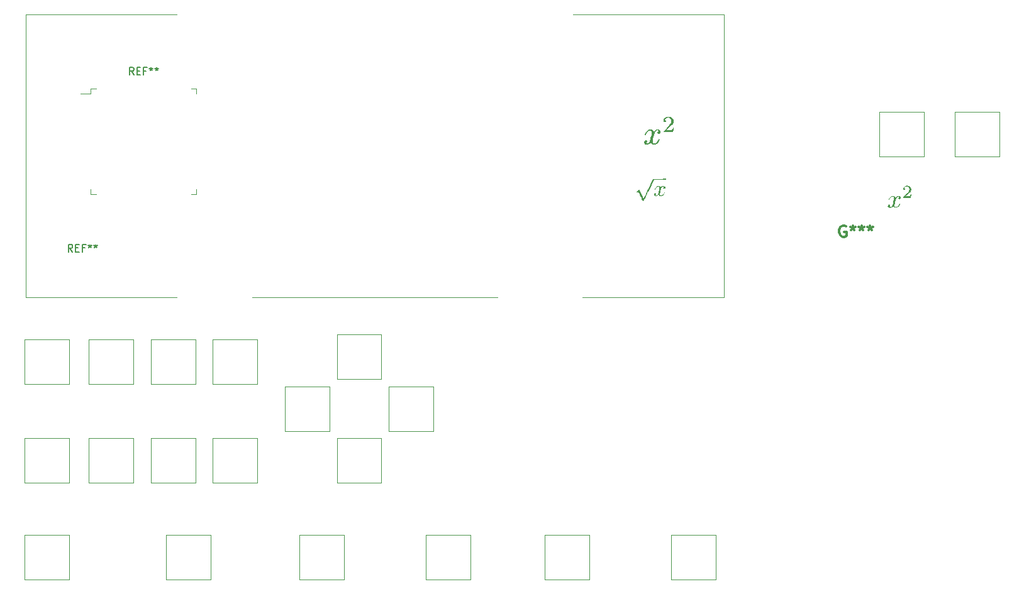
<source format=gbr>
%TF.GenerationSoftware,KiCad,Pcbnew,(6.0.10)*%
%TF.CreationDate,2023-01-08T01:11:37-07:00*%
%TF.ProjectId,decimator_pcb,64656369-6d61-4746-9f72-5f7063622e6b,rev?*%
%TF.SameCoordinates,Original*%
%TF.FileFunction,Legend,Top*%
%TF.FilePolarity,Positive*%
%FSLAX46Y46*%
G04 Gerber Fmt 4.6, Leading zero omitted, Abs format (unit mm)*
G04 Created by KiCad (PCBNEW (6.0.10)) date 2023-01-08 01:11:37*
%MOMM*%
%LPD*%
G01*
G04 APERTURE LIST*
%ADD10C,0.300000*%
%ADD11C,0.150000*%
%ADD12C,0.120000*%
G04 APERTURE END LIST*
D10*
%TO.C,G\u002A\u002A\u002A*%
X189503914Y-88398661D02*
X189358771Y-88326089D01*
X189141057Y-88326089D01*
X188923343Y-88398661D01*
X188778200Y-88543803D01*
X188705628Y-88688946D01*
X188633057Y-88979232D01*
X188633057Y-89196946D01*
X188705628Y-89487232D01*
X188778200Y-89632375D01*
X188923343Y-89777518D01*
X189141057Y-89850089D01*
X189286200Y-89850089D01*
X189503914Y-89777518D01*
X189576486Y-89704946D01*
X189576486Y-89196946D01*
X189286200Y-89196946D01*
X190447343Y-88326089D02*
X190447343Y-88688946D01*
X190084486Y-88543803D02*
X190447343Y-88688946D01*
X190810200Y-88543803D01*
X190229628Y-88979232D02*
X190447343Y-88688946D01*
X190665057Y-88979232D01*
X191608486Y-88326089D02*
X191608486Y-88688946D01*
X191245628Y-88543803D02*
X191608486Y-88688946D01*
X191971343Y-88543803D01*
X191390771Y-88979232D02*
X191608486Y-88688946D01*
X191826200Y-88979232D01*
X192769628Y-88326089D02*
X192769628Y-88688946D01*
X192406771Y-88543803D02*
X192769628Y-88688946D01*
X193132486Y-88543803D01*
X192551914Y-88979232D02*
X192769628Y-88688946D01*
X192987343Y-88979232D01*
D11*
%TO.C,REF\u002A\u002A*%
X93666666Y-68032380D02*
X93333333Y-67556190D01*
X93095238Y-68032380D02*
X93095238Y-67032380D01*
X93476190Y-67032380D01*
X93571428Y-67080000D01*
X93619047Y-67127619D01*
X93666666Y-67222857D01*
X93666666Y-67365714D01*
X93619047Y-67460952D01*
X93571428Y-67508571D01*
X93476190Y-67556190D01*
X93095238Y-67556190D01*
X94095238Y-67508571D02*
X94428571Y-67508571D01*
X94571428Y-68032380D02*
X94095238Y-68032380D01*
X94095238Y-67032380D01*
X94571428Y-67032380D01*
X95333333Y-67508571D02*
X95000000Y-67508571D01*
X95000000Y-68032380D02*
X95000000Y-67032380D01*
X95476190Y-67032380D01*
X96000000Y-67032380D02*
X96000000Y-67270476D01*
X95761904Y-67175238D02*
X96000000Y-67270476D01*
X96238095Y-67175238D01*
X95857142Y-67460952D02*
X96000000Y-67270476D01*
X96142857Y-67460952D01*
X96761904Y-67032380D02*
X96761904Y-67270476D01*
X96523809Y-67175238D02*
X96761904Y-67270476D01*
X97000000Y-67175238D01*
X96619047Y-67460952D02*
X96761904Y-67270476D01*
X96904761Y-67460952D01*
X85426666Y-91872380D02*
X85093333Y-91396190D01*
X84855238Y-91872380D02*
X84855238Y-90872380D01*
X85236190Y-90872380D01*
X85331428Y-90920000D01*
X85379047Y-90967619D01*
X85426666Y-91062857D01*
X85426666Y-91205714D01*
X85379047Y-91300952D01*
X85331428Y-91348571D01*
X85236190Y-91396190D01*
X84855238Y-91396190D01*
X85855238Y-91348571D02*
X86188571Y-91348571D01*
X86331428Y-91872380D02*
X85855238Y-91872380D01*
X85855238Y-90872380D01*
X86331428Y-90872380D01*
X87093333Y-91348571D02*
X86760000Y-91348571D01*
X86760000Y-91872380D02*
X86760000Y-90872380D01*
X87236190Y-90872380D01*
X87760000Y-90872380D02*
X87760000Y-91110476D01*
X87521904Y-91015238D02*
X87760000Y-91110476D01*
X87998095Y-91015238D01*
X87617142Y-91300952D02*
X87760000Y-91110476D01*
X87902857Y-91300952D01*
X88521904Y-90872380D02*
X88521904Y-91110476D01*
X88283809Y-91015238D02*
X88521904Y-91110476D01*
X88760000Y-91015238D01*
X88379047Y-91300952D02*
X88521904Y-91110476D01*
X88664761Y-91300952D01*
D12*
X121000000Y-123000000D02*
X127000000Y-123000000D01*
X127000000Y-123000000D02*
X127000000Y-117000000D01*
X127000000Y-117000000D02*
X121000000Y-117000000D01*
X121000000Y-117000000D02*
X121000000Y-123000000D01*
X114000000Y-116000000D02*
X120000000Y-116000000D01*
X120000000Y-116000000D02*
X120000000Y-110000000D01*
X120000000Y-110000000D02*
X114000000Y-110000000D01*
X114000000Y-110000000D02*
X114000000Y-116000000D01*
X128000000Y-116000000D02*
X134000000Y-116000000D01*
X134000000Y-116000000D02*
X134000000Y-110000000D01*
X134000000Y-110000000D02*
X128000000Y-110000000D01*
X128000000Y-110000000D02*
X128000000Y-116000000D01*
X121000000Y-109000000D02*
X127000000Y-109000000D01*
X127000000Y-109000000D02*
X127000000Y-103000000D01*
X127000000Y-103000000D02*
X121000000Y-103000000D01*
X121000000Y-103000000D02*
X121000000Y-109000000D01*
X166000000Y-136000000D02*
X172000000Y-136000000D01*
X172000000Y-136000000D02*
X172000000Y-130000000D01*
X172000000Y-130000000D02*
X166000000Y-130000000D01*
X166000000Y-130000000D02*
X166000000Y-136000000D01*
X149000000Y-136000000D02*
X155000000Y-136000000D01*
X155000000Y-136000000D02*
X155000000Y-130000000D01*
X155000000Y-130000000D02*
X149000000Y-130000000D01*
X149000000Y-130000000D02*
X149000000Y-136000000D01*
X133000000Y-136000000D02*
X139000000Y-136000000D01*
X139000000Y-136000000D02*
X139000000Y-130000000D01*
X139000000Y-130000000D02*
X133000000Y-130000000D01*
X133000000Y-130000000D02*
X133000000Y-136000000D01*
X104300000Y-109660000D02*
X110300000Y-109660000D01*
X110300000Y-109660000D02*
X110300000Y-103660000D01*
X110300000Y-103660000D02*
X104300000Y-103660000D01*
X104300000Y-103660000D02*
X104300000Y-109660000D01*
X104300000Y-123000000D02*
X110300000Y-123000000D01*
X110300000Y-123000000D02*
X110300000Y-117000000D01*
X110300000Y-117000000D02*
X104300000Y-117000000D01*
X104300000Y-117000000D02*
X104300000Y-123000000D01*
X79000000Y-136000000D02*
X85000000Y-136000000D01*
X85000000Y-136000000D02*
X85000000Y-130000000D01*
X85000000Y-130000000D02*
X79000000Y-130000000D01*
X79000000Y-130000000D02*
X79000000Y-136000000D01*
X116000000Y-136000000D02*
X122000000Y-136000000D01*
X122000000Y-136000000D02*
X122000000Y-130000000D01*
X122000000Y-130000000D02*
X116000000Y-130000000D01*
X116000000Y-130000000D02*
X116000000Y-136000000D01*
X98000000Y-136000000D02*
X104000000Y-136000000D01*
X104000000Y-136000000D02*
X104000000Y-130000000D01*
X104000000Y-130000000D02*
X98000000Y-130000000D01*
X98000000Y-130000000D02*
X98000000Y-136000000D01*
X96000000Y-123000000D02*
X102000000Y-123000000D01*
X102000000Y-123000000D02*
X102000000Y-117000000D01*
X102000000Y-117000000D02*
X96000000Y-117000000D01*
X96000000Y-117000000D02*
X96000000Y-123000000D01*
X79000000Y-123000000D02*
X85000000Y-123000000D01*
X85000000Y-123000000D02*
X85000000Y-117000000D01*
X85000000Y-117000000D02*
X79000000Y-117000000D01*
X79000000Y-117000000D02*
X79000000Y-123000000D01*
X87580000Y-123000000D02*
X93580000Y-123000000D01*
X93580000Y-123000000D02*
X93580000Y-117000000D01*
X93580000Y-117000000D02*
X87580000Y-117000000D01*
X87580000Y-117000000D02*
X87580000Y-123000000D01*
X96000000Y-109660000D02*
X102000000Y-109660000D01*
X102000000Y-109660000D02*
X102000000Y-103660000D01*
X102000000Y-103660000D02*
X96000000Y-103660000D01*
X96000000Y-103660000D02*
X96000000Y-109660000D01*
X87580000Y-109660000D02*
X93580000Y-109660000D01*
X93580000Y-109660000D02*
X93580000Y-103660000D01*
X93580000Y-103660000D02*
X87580000Y-103660000D01*
X87580000Y-103660000D02*
X87580000Y-109660000D01*
X79000000Y-109660000D02*
X85000000Y-109660000D01*
X85000000Y-109660000D02*
X85000000Y-103660000D01*
X85000000Y-103660000D02*
X79000000Y-103660000D01*
X79000000Y-103660000D02*
X79000000Y-109660000D01*
%TO.C,G\u002A\u002A\u002A*%
G36*
X195894810Y-84331893D02*
G01*
X195971962Y-84354322D01*
X196048989Y-84384336D01*
X196110327Y-84415738D01*
X196140410Y-84442330D01*
X196141299Y-84445973D01*
X196155719Y-84477416D01*
X196177924Y-84510088D01*
X196201982Y-84535887D01*
X196225651Y-84534804D01*
X196261727Y-84502054D01*
X196293031Y-84467060D01*
X196404216Y-84376175D01*
X196535009Y-84331027D01*
X196653958Y-84330176D01*
X196774977Y-84363851D01*
X196862228Y-84424267D01*
X196910692Y-84505329D01*
X196915349Y-84600941D01*
X196905893Y-84636168D01*
X196857432Y-84718621D01*
X196788246Y-84768409D01*
X196710732Y-84781468D01*
X196637286Y-84753736D01*
X196613351Y-84732021D01*
X196584165Y-84665947D01*
X196589505Y-84586948D01*
X196625978Y-84516133D01*
X196651872Y-84492400D01*
X196684841Y-84457662D01*
X196668986Y-84434874D01*
X196605229Y-84424957D01*
X196584035Y-84424593D01*
X196486493Y-84449058D01*
X196396577Y-84518415D01*
X196321237Y-84626609D01*
X196299653Y-84672400D01*
X196275780Y-84739711D01*
X196244018Y-84844754D01*
X196207743Y-84975570D01*
X196170334Y-85120199D01*
X196151800Y-85195871D01*
X196114371Y-85356229D01*
X196089296Y-85476038D01*
X196075319Y-85563847D01*
X196071183Y-85628210D01*
X196075632Y-85677677D01*
X196078824Y-85692410D01*
X196119369Y-85779424D01*
X196183430Y-85827628D01*
X196264267Y-85839210D01*
X196355143Y-85816357D01*
X196449317Y-85761259D01*
X196540052Y-85676104D01*
X196620609Y-85563078D01*
X196650245Y-85506864D01*
X196701407Y-85412968D01*
X196745666Y-85355758D01*
X196778917Y-85337257D01*
X196797059Y-85359486D01*
X196795986Y-85424467D01*
X196794261Y-85435913D01*
X196762491Y-85530431D01*
X196701628Y-85638424D01*
X196623377Y-85742842D01*
X196539443Y-85826635D01*
X196511847Y-85847292D01*
X196374922Y-85914777D01*
X196236001Y-85938259D01*
X196103915Y-85918437D01*
X195987495Y-85856011D01*
X195931265Y-85801317D01*
X195852215Y-85707159D01*
X195764555Y-85804188D01*
X195688188Y-85871855D01*
X195606200Y-85919251D01*
X195583868Y-85927056D01*
X195512101Y-85945317D01*
X195460804Y-85949340D01*
X195406126Y-85937937D01*
X195337981Y-85914803D01*
X195232157Y-85858331D01*
X195167582Y-85782641D01*
X195147013Y-85694775D01*
X195173207Y-85601771D01*
X195199710Y-85561730D01*
X195262454Y-85513462D01*
X195340870Y-85493136D01*
X195414755Y-85503731D01*
X195447530Y-85525175D01*
X195477393Y-85587202D01*
X195474610Y-85665456D01*
X195442159Y-85739737D01*
X195410974Y-85772995D01*
X195343848Y-85825797D01*
X195404605Y-85829759D01*
X195511854Y-85827500D01*
X195600113Y-85801985D01*
X195673520Y-85748214D01*
X195736209Y-85661190D01*
X195792319Y-85535913D01*
X195845985Y-85367385D01*
X195873868Y-85262694D01*
X195924201Y-85058476D01*
X195960152Y-84896646D01*
X195982695Y-84771012D01*
X195992804Y-84675378D01*
X195991453Y-84603549D01*
X195983925Y-84563072D01*
X195939767Y-84476939D01*
X195869752Y-84432074D01*
X195779453Y-84429642D01*
X195674442Y-84470803D01*
X195641300Y-84491556D01*
X195565775Y-84546691D01*
X195511799Y-84599749D01*
X195466350Y-84666743D01*
X195416403Y-84763687D01*
X195411252Y-84774407D01*
X195362688Y-84867457D01*
X195325060Y-84917121D01*
X195293231Y-84928365D01*
X195268157Y-84912703D01*
X195257532Y-84868813D01*
X195274930Y-84796959D01*
X195315505Y-84708112D01*
X195374410Y-84613242D01*
X195433834Y-84537689D01*
X195556577Y-84425426D01*
X195689328Y-84352294D01*
X195822425Y-84323484D01*
X195833097Y-84323247D01*
X195894810Y-84331893D01*
G37*
G36*
X197933921Y-82996916D02*
G01*
X198077653Y-83055386D01*
X198196170Y-83143326D01*
X198249949Y-83208723D01*
X198293537Y-83288681D01*
X198313775Y-83371702D01*
X198317874Y-83458765D01*
X198308908Y-83559135D01*
X198278427Y-83651190D01*
X198221056Y-83743329D01*
X198131419Y-83843953D01*
X198004143Y-83961458D01*
X197986272Y-83976932D01*
X197882143Y-84067029D01*
X197769804Y-84164876D01*
X197670675Y-84251803D01*
X197655079Y-84265565D01*
X197503477Y-84399515D01*
X197814360Y-84392947D01*
X197958972Y-84387460D01*
X198068182Y-84378195D01*
X198136056Y-84365779D01*
X198154658Y-84356893D01*
X198179892Y-84312581D01*
X198200665Y-84245715D01*
X198201388Y-84242249D01*
X198225898Y-84176865D01*
X198269583Y-84149944D01*
X198276044Y-84148824D01*
X198317303Y-84150313D01*
X198323515Y-84181434D01*
X198319919Y-84199777D01*
X198309641Y-84252638D01*
X198295757Y-84333388D01*
X198280826Y-84425828D01*
X198267406Y-84513759D01*
X198258058Y-84580982D01*
X198255225Y-84609297D01*
X198230945Y-84615037D01*
X198163250Y-84620087D01*
X198059678Y-84624172D01*
X197927763Y-84627016D01*
X197775044Y-84628342D01*
X197732765Y-84628405D01*
X197556269Y-84628071D01*
X197424352Y-84626720D01*
X197330645Y-84623831D01*
X197268778Y-84618880D01*
X197232379Y-84611344D01*
X197215079Y-84600701D01*
X197210507Y-84586428D01*
X197210498Y-84585552D01*
X197227716Y-84555116D01*
X197275771Y-84494968D01*
X197349264Y-84411217D01*
X197442797Y-84309973D01*
X197550973Y-84197345D01*
X197576285Y-84171560D01*
X197691584Y-84052042D01*
X197797579Y-83937440D01*
X197887713Y-83835215D01*
X197955429Y-83752833D01*
X197994167Y-83697755D01*
X197996646Y-83693161D01*
X198042480Y-83559155D01*
X198049793Y-83423542D01*
X198021003Y-83297366D01*
X197958530Y-83191672D01*
X197871315Y-83120895D01*
X197755549Y-83080212D01*
X197637908Y-83085315D01*
X197530628Y-83124594D01*
X197469626Y-83161260D01*
X197416948Y-83204499D01*
X197381681Y-83244610D01*
X197372916Y-83271887D01*
X197386798Y-83278154D01*
X197433166Y-83300304D01*
X197472139Y-83354110D01*
X197490537Y-83420604D01*
X197490739Y-83427737D01*
X197474518Y-83504897D01*
X197423231Y-83547189D01*
X197346420Y-83558395D01*
X197272733Y-83540042D01*
X197229182Y-83490654D01*
X197213768Y-83418732D01*
X197224487Y-83332779D01*
X197259339Y-83241298D01*
X197316323Y-83152792D01*
X197393437Y-83075763D01*
X197471625Y-83026476D01*
X197618888Y-82979647D01*
X197776993Y-82970731D01*
X197933921Y-82996916D01*
G37*
G36*
X165340685Y-82169966D02*
G01*
X163672760Y-82169966D01*
X162991721Y-83578057D01*
X162879493Y-83809879D01*
X162772465Y-84030545D01*
X162672186Y-84236883D01*
X162580210Y-84425720D01*
X162498086Y-84593883D01*
X162427368Y-84738198D01*
X162369605Y-84855495D01*
X162326350Y-84942599D01*
X162299154Y-84996338D01*
X162289887Y-85013331D01*
X162253230Y-85034971D01*
X162218407Y-85040514D01*
X162179838Y-85029311D01*
X162147005Y-84989770D01*
X162126067Y-84948091D01*
X162087978Y-84863992D01*
X162039301Y-84757142D01*
X161982789Y-84633525D01*
X161921195Y-84499124D01*
X161857275Y-84359922D01*
X161793781Y-84221905D01*
X161733469Y-84091057D01*
X161679090Y-83973360D01*
X161633401Y-83874799D01*
X161599154Y-83801357D01*
X161579103Y-83759020D01*
X161575614Y-83752021D01*
X161560105Y-83730509D01*
X161539573Y-83730031D01*
X161503065Y-83753344D01*
X161470878Y-83778355D01*
X161403767Y-83826164D01*
X161361960Y-83841901D01*
X161342101Y-83826210D01*
X161339316Y-83803594D01*
X161355645Y-83775977D01*
X161398701Y-83730844D01*
X161459584Y-83675630D01*
X161529396Y-83617768D01*
X161599237Y-83564694D01*
X161660208Y-83523841D01*
X161696963Y-83504821D01*
X161710435Y-83502055D01*
X161724423Y-83506993D01*
X161740980Y-83523488D01*
X161762160Y-83555391D01*
X161790018Y-83606557D01*
X161826607Y-83680836D01*
X161873982Y-83782083D01*
X161934195Y-83914149D01*
X162009302Y-84080887D01*
X162037073Y-84142765D01*
X162101339Y-84285365D01*
X162159768Y-84413736D01*
X162210040Y-84522887D01*
X162249840Y-84607829D01*
X162276849Y-84663574D01*
X162288749Y-84685130D01*
X162289039Y-84685197D01*
X162299290Y-84665126D01*
X162326930Y-84609126D01*
X162370391Y-84520416D01*
X162428107Y-84402211D01*
X162498510Y-84257729D01*
X162580034Y-84090186D01*
X162671112Y-83902800D01*
X162770177Y-83698788D01*
X162875662Y-83481366D01*
X162932183Y-83364794D01*
X163569358Y-82050360D01*
X164455022Y-82044679D01*
X165340685Y-82039000D01*
X165340685Y-82169966D01*
G37*
G36*
X164423103Y-83013731D02*
G01*
X164517641Y-83066024D01*
X164577922Y-83135199D01*
X164615055Y-83191804D01*
X164662930Y-83127049D01*
X164738474Y-83051060D01*
X164830831Y-83009525D01*
X164947627Y-82999351D01*
X164974183Y-83000777D01*
X165087327Y-83022030D01*
X165163869Y-83066773D01*
X165203809Y-83135007D01*
X165210206Y-83186402D01*
X165198202Y-83274359D01*
X165159425Y-83332060D01*
X165104647Y-83361662D01*
X165030740Y-83370206D01*
X164973174Y-83346211D01*
X164937291Y-83299218D01*
X164928430Y-83238767D01*
X164951930Y-83174399D01*
X164980870Y-83140517D01*
X165036963Y-83088532D01*
X164987667Y-83079108D01*
X164892071Y-83081534D01*
X164803937Y-83123581D01*
X164728460Y-83201439D01*
X164670835Y-83311294D01*
X164670697Y-83311661D01*
X164648193Y-83380668D01*
X164621269Y-83477234D01*
X164592172Y-83591557D01*
X164563144Y-83713833D01*
X164536430Y-83834262D01*
X164514274Y-83943041D01*
X164498921Y-84030367D01*
X164492616Y-84086438D01*
X164492569Y-84089641D01*
X164500847Y-84165758D01*
X164529886Y-84218708D01*
X164542900Y-84232100D01*
X164604523Y-84270546D01*
X164674472Y-84273618D01*
X164759213Y-84240927D01*
X164800312Y-84216731D01*
X164864985Y-84167353D01*
X164917720Y-84104458D01*
X164969824Y-84014340D01*
X164973957Y-84006231D01*
X165024141Y-83914826D01*
X165062770Y-83863045D01*
X165091751Y-83849156D01*
X165112990Y-83871425D01*
X165115547Y-83877571D01*
X165114098Y-83921153D01*
X165091549Y-83988495D01*
X165052846Y-84068523D01*
X165002934Y-84150166D01*
X164978933Y-84183437D01*
X164914206Y-84245735D01*
X164825770Y-84302597D01*
X164730004Y-84345462D01*
X164643288Y-84365768D01*
X164628953Y-84366370D01*
X164511811Y-84345675D01*
X164407256Y-84287777D01*
X164358287Y-84240328D01*
X164302150Y-84173612D01*
X164239697Y-84240050D01*
X164142723Y-84318427D01*
X164033884Y-84357049D01*
X163907658Y-84357575D01*
X163869153Y-84351258D01*
X163795002Y-84318636D01*
X163741727Y-84260694D01*
X163712742Y-84188512D01*
X163711467Y-84113169D01*
X163741317Y-84045744D01*
X163766991Y-84020003D01*
X163833325Y-83985357D01*
X163902406Y-83976216D01*
X163958191Y-83994109D01*
X163966302Y-84001028D01*
X163990388Y-84052724D01*
X163986514Y-84119131D01*
X163956818Y-84183562D01*
X163940427Y-84202852D01*
X163908370Y-84239966D01*
X163907891Y-84259908D01*
X163920459Y-84267103D01*
X164000386Y-84276013D01*
X164083517Y-84248547D01*
X164160214Y-84189886D01*
X164220511Y-84105848D01*
X164239794Y-84056431D01*
X164265378Y-83973883D01*
X164294957Y-83867620D01*
X164326229Y-83747058D01*
X164356888Y-83621613D01*
X164384630Y-83500701D01*
X164407152Y-83393736D01*
X164422150Y-83310135D01*
X164427329Y-83260682D01*
X164413471Y-83171378D01*
X164375573Y-83112533D01*
X164319153Y-83082701D01*
X164249725Y-83080433D01*
X164172806Y-83104280D01*
X164093913Y-83152796D01*
X164018560Y-83224531D01*
X163952264Y-83318038D01*
X163914329Y-83395358D01*
X163877473Y-83465512D01*
X163841799Y-83495482D01*
X163834735Y-83496426D01*
X163802146Y-83481890D01*
X163795571Y-83442430D01*
X163810979Y-83384567D01*
X163844336Y-83314822D01*
X163891611Y-83239715D01*
X163948771Y-83165769D01*
X164011784Y-83099503D01*
X164076616Y-83047439D01*
X164129729Y-83019377D01*
X164188153Y-83005740D01*
X164266133Y-82997552D01*
X164303702Y-82996479D01*
X164423103Y-83013731D01*
G37*
G36*
X163360962Y-75403667D02*
G01*
X163513549Y-75481177D01*
X163603654Y-75566073D01*
X163681858Y-75659014D01*
X163803407Y-75535996D01*
X163942401Y-75430182D01*
X164097303Y-75383351D01*
X164268429Y-75389992D01*
X164414436Y-75433719D01*
X164507936Y-75511720D01*
X164553902Y-75628894D01*
X164559473Y-75676797D01*
X164559962Y-75774732D01*
X164538363Y-75836552D01*
X164484903Y-75889507D01*
X164482503Y-75891402D01*
X164373334Y-75948937D01*
X164270377Y-75951360D01*
X164197070Y-75908851D01*
X164153443Y-75824591D01*
X164154142Y-75723427D01*
X164197791Y-75634040D01*
X164210902Y-75620686D01*
X164265130Y-75560255D01*
X164262078Y-75524573D01*
X164199396Y-75509200D01*
X164151066Y-75507726D01*
X164053027Y-75519662D01*
X163968334Y-75559430D01*
X163893464Y-75632970D01*
X163824897Y-75746222D01*
X163759111Y-75905125D01*
X163692584Y-76115619D01*
X163621794Y-76383643D01*
X163614701Y-76412389D01*
X163558795Y-76652376D01*
X163522817Y-76839591D01*
X163506099Y-76982438D01*
X163507972Y-77089318D01*
X163527766Y-77168635D01*
X163551106Y-77211091D01*
X163626126Y-77266319D01*
X163734382Y-77282672D01*
X163857294Y-77259766D01*
X163943662Y-77219219D01*
X164051462Y-77129520D01*
X164157314Y-77001820D01*
X164242744Y-76860513D01*
X164276292Y-76780019D01*
X164321001Y-76694621D01*
X164374777Y-76669606D01*
X164423307Y-76691554D01*
X164433575Y-76750806D01*
X164411357Y-76837473D01*
X164362431Y-76941669D01*
X164292574Y-77053504D01*
X164207564Y-77163093D01*
X164113179Y-77260546D01*
X164015195Y-77335975D01*
X163971276Y-77360190D01*
X163873365Y-77390695D01*
X163749168Y-77409162D01*
X163689633Y-77411706D01*
X163512288Y-77387635D01*
X163372998Y-77313676D01*
X163276195Y-77204043D01*
X163219914Y-77118249D01*
X163164989Y-77202076D01*
X163050092Y-77321010D01*
X162897230Y-77391200D01*
X162742414Y-77409250D01*
X162638288Y-77404424D01*
X162556641Y-77394916D01*
X162532630Y-77389126D01*
X162423038Y-77318838D01*
X162354901Y-77212204D01*
X162338984Y-77123004D01*
X162361909Y-76996194D01*
X162422736Y-76902296D01*
X162509540Y-76849821D01*
X162610395Y-76847282D01*
X162681283Y-76878662D01*
X162745373Y-76953010D01*
X162753718Y-77047583D01*
X162706671Y-77150678D01*
X162671827Y-77192300D01*
X162585103Y-77282821D01*
X162732023Y-77282821D01*
X162870729Y-77263434D01*
X162978523Y-77199959D01*
X163065880Y-77084422D01*
X163108938Y-76995966D01*
X163148622Y-76887790D01*
X163194692Y-76737248D01*
X163243556Y-76559195D01*
X163291621Y-76368488D01*
X163335295Y-76179983D01*
X163370984Y-76008535D01*
X163395097Y-75869000D01*
X163404040Y-75776235D01*
X163404041Y-75775685D01*
X163382797Y-75644511D01*
X163324835Y-75557803D01*
X163238802Y-75514114D01*
X163133351Y-75511995D01*
X163017131Y-75549999D01*
X162898792Y-75626677D01*
X162786985Y-75740582D01*
X162690359Y-75890265D01*
X162687625Y-75895609D01*
X162618478Y-76025800D01*
X162568101Y-76104167D01*
X162530397Y-76138451D01*
X162499269Y-76136395D01*
X162498421Y-76135882D01*
X162470517Y-76083676D01*
X162480687Y-75994836D01*
X162524315Y-75881145D01*
X162596781Y-75754382D01*
X162693468Y-75626329D01*
X162701992Y-75616517D01*
X162851360Y-75486139D01*
X163018534Y-75406782D01*
X163192179Y-75379080D01*
X163360962Y-75403667D01*
G37*
G36*
X165783029Y-73681298D02*
G01*
X165950640Y-73723031D01*
X166005346Y-73745348D01*
X166159454Y-73837943D01*
X166260611Y-73953284D01*
X166316909Y-74103730D01*
X166334628Y-74248299D01*
X166337421Y-74371411D01*
X166325653Y-74458349D01*
X166292759Y-74536993D01*
X166249971Y-74607778D01*
X166186730Y-74686587D01*
X166081527Y-74795173D01*
X165943866Y-74924357D01*
X165783253Y-75064960D01*
X165731969Y-75108033D01*
X165309654Y-75459314D01*
X165542934Y-75467918D01*
X165696556Y-75468684D01*
X165858386Y-75461936D01*
X165969860Y-75451780D01*
X166163507Y-75427040D01*
X166193912Y-75289873D01*
X166223797Y-75195957D01*
X166262864Y-75155970D01*
X166282666Y-75152707D01*
X166314721Y-75157856D01*
X166333055Y-75180431D01*
X166338279Y-75231125D01*
X166331003Y-75320632D01*
X166311835Y-75459645D01*
X166303371Y-75515794D01*
X166265299Y-75765921D01*
X165609257Y-75765921D01*
X165387187Y-75765539D01*
X165221511Y-75763923D01*
X165104074Y-75760372D01*
X165026724Y-75754184D01*
X164981306Y-75744655D01*
X164959668Y-75731083D01*
X164953655Y-75712767D01*
X164953598Y-75709441D01*
X164975516Y-75670015D01*
X165036411Y-75593091D01*
X165129362Y-75486558D01*
X165247449Y-75358306D01*
X165383752Y-75216224D01*
X165407323Y-75192192D01*
X165603594Y-74987960D01*
X165755332Y-74817869D01*
X165867411Y-74674519D01*
X165944704Y-74550511D01*
X165992084Y-74438444D01*
X166014423Y-74330920D01*
X166017836Y-74265159D01*
X165990317Y-74105434D01*
X165915119Y-73975100D01*
X165804066Y-73878528D01*
X165668981Y-73820085D01*
X165521687Y-73804141D01*
X165374007Y-73835065D01*
X165237765Y-73917225D01*
X165193475Y-73960538D01*
X165159273Y-74005577D01*
X165166094Y-74039745D01*
X165219379Y-74086987D01*
X165222816Y-74089693D01*
X165288614Y-74173378D01*
X165300410Y-74263997D01*
X165264155Y-74344564D01*
X165185800Y-74398098D01*
X165110432Y-74410394D01*
X165019950Y-74390161D01*
X164969172Y-74325289D01*
X164953215Y-74209515D01*
X164953215Y-74208690D01*
X164983789Y-74037884D01*
X165074115Y-73888520D01*
X165222094Y-73763564D01*
X165298562Y-73720268D01*
X165433651Y-73679089D01*
X165602920Y-73666376D01*
X165783029Y-73681298D01*
G37*
%TO.C,REF\u002A\u002A*%
X194000000Y-79000000D02*
X200000000Y-79000000D01*
X200000000Y-79000000D02*
X200000000Y-73000000D01*
X200000000Y-73000000D02*
X194000000Y-73000000D01*
X194000000Y-73000000D02*
X194000000Y-79000000D01*
X204160000Y-79000000D02*
X210160000Y-79000000D01*
X210160000Y-79000000D02*
X210160000Y-73000000D01*
X210160000Y-73000000D02*
X204160000Y-73000000D01*
X204160000Y-73000000D02*
X204160000Y-79000000D01*
X88590000Y-69890000D02*
X87890000Y-69890000D01*
X101410000Y-84110000D02*
X102110000Y-84110000D01*
X88590000Y-84110000D02*
X87890000Y-84110000D01*
X87890000Y-70590000D02*
X86525000Y-70590000D01*
X102110000Y-69890000D02*
X102110000Y-70590000D01*
X87890000Y-84110000D02*
X87890000Y-83410000D01*
X87890000Y-69890000D02*
X87890000Y-70590000D01*
X101410000Y-69890000D02*
X102110000Y-69890000D01*
X102110000Y-84110000D02*
X102110000Y-83410000D01*
X152800000Y-59900000D02*
X173120000Y-59900000D01*
X154070000Y-98000000D02*
X173120000Y-98000000D01*
X173120000Y-59900000D02*
X173120000Y-98000000D01*
X99460000Y-98000000D02*
X79140000Y-98000000D01*
X99460000Y-59900000D02*
X79140000Y-59900000D01*
X109620000Y-98000000D02*
X142640000Y-98000000D01*
X79140000Y-59900000D02*
X79140000Y-98000000D01*
%TD*%
M02*

</source>
